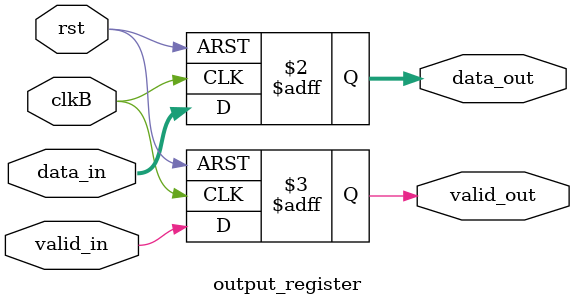
<source format=sv>

module sync_valid_top #(parameter DW=16, STAGES=2) (
    input  wire               clkA,
    input  wire               clkB,
    input  wire               rst,
    input  wire [DW-1:0]      data_in,
    output wire [DW-1:0]      data_out,
    output wire               valid_out
);

    // Internal signals for inter-module connections
    wire [STAGES-1:0]         valid_sync_stage;
    wire                      valid_sync_full;
    wire [DW-1:0]             latched_data_stage;

    //-------------------------------------------------------------------------------
    // Valid Bit Synchronizer and Data Latch: Merged for reduced pipeline depth
    //-------------------------------------------------------------------------------
    valid_bit_synchronizer_and_latch #(
        .DW(DW),
        .STAGES(STAGES)
    ) u_valid_bit_synchronizer_and_latch (
        .clkB(clkB),
        .rst(rst),
        .data_in(data_in),
        .valid_in(data_in[0]),
        .valid_sync_stage(valid_sync_stage),
        .valid_sync_full(valid_sync_full),
        .latched_data_stage(latched_data_stage)
    );

    //-------------------------------------------------------------------------------
    // Output Register: Holds the output data and valid signal
    //-------------------------------------------------------------------------------
    output_register #(
        .DW(DW)
    ) u_output_register (
        .clkB(clkB),
        .rst(rst),
        .data_in(latched_data_stage),
        .valid_in(valid_sync_full),
        .data_out(data_out),
        .valid_out(valid_out)
    );

endmodule

//------------------------------------------------------------------------------
// Submodule: valid_bit_synchronizer_and_latch
// Function: Synchronizes the valid bit and latches data in a single stage
//------------------------------------------------------------------------------
module valid_bit_synchronizer_and_latch #(parameter DW=16, STAGES=2) (
    input  wire                clkB,
    input  wire                rst,
    input  wire [DW-1:0]       data_in,
    input  wire                valid_in,
    output reg  [STAGES-1:0]   valid_sync_stage,
    output wire                valid_sync_full,
    output reg  [DW-1:0]       latched_data_stage
);
    assign valid_sync_full = (valid_sync_stage == {STAGES{1'b1}});

    always @(posedge clkB or posedge rst) begin
        if (rst) begin
            valid_sync_stage    <= {STAGES{1'b0}};
            latched_data_stage  <= {DW{1'b0}};
        end else begin
            valid_sync_stage    <= {valid_sync_stage[STAGES-2:0], valid_in};
            if ({valid_sync_stage[STAGES-2:0], valid_in} == {STAGES{1'b1}})
                latched_data_stage <= data_in;
        end
    end
endmodule

//------------------------------------------------------------------------------
// Submodule: output_register
// Function: Registers the final output data and valid flag
//------------------------------------------------------------------------------
module output_register #(parameter DW=16) (
    input  wire             clkB,
    input  wire             rst,
    input  wire [DW-1:0]    data_in,
    input  wire             valid_in,
    output reg  [DW-1:0]    data_out,
    output reg              valid_out
);
    always @(posedge clkB or posedge rst) begin
        if (rst) begin
            data_out  <= {DW{1'b0}};
            valid_out <= 1'b0;
        end else begin
            data_out  <= data_in;
            valid_out <= valid_in;
        end
    end
endmodule
</source>
